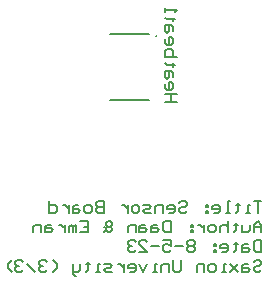
<source format=gbo>
G04*
G04 #@! TF.GenerationSoftware,Altium Limited,Altium Designer,23.4.1 (23)*
G04*
G04 Layer_Color=32896*
%FSLAX44Y44*%
%MOMM*%
G71*
G04*
G04 #@! TF.SameCoordinates,64D97932-1E9C-4803-83F2-7C732265FDC7*
G04*
G04*
G04 #@! TF.FilePolarity,Positive*
G04*
G01*
G75*
%ADD13C,0.2000*%
D13*
X234307Y260980D02*
G03*
X234307Y260980I-597J0D01*
G01*
X195020Y262950D02*
X228020D01*
X195020Y206950D02*
X228020D01*
X323120Y121597D02*
X316455D01*
X319788D01*
Y111601D01*
X313123D02*
X309791D01*
X311457D01*
Y118265D01*
X313123D01*
X303126Y119931D02*
Y118265D01*
X304793D01*
X301460D01*
X303126D01*
Y113267D01*
X301460Y111601D01*
X296462D02*
X293130D01*
X294796D01*
Y121597D01*
X296462D01*
X283133Y111601D02*
X286465D01*
X288131Y113267D01*
Y116599D01*
X286465Y118265D01*
X283133D01*
X281467Y116599D01*
Y114933D01*
X288131D01*
X278134Y118265D02*
X276468D01*
Y116599D01*
X278134D01*
Y118265D01*
Y113267D02*
X276468D01*
Y111601D01*
X278134D01*
Y113267D01*
X253143Y119931D02*
X254809Y121597D01*
X258141D01*
X259807Y119931D01*
Y118265D01*
X258141Y116599D01*
X254809D01*
X253143Y114933D01*
Y113267D01*
X254809Y111601D01*
X258141D01*
X259807Y113267D01*
X244812Y111601D02*
X248144D01*
X249810Y113267D01*
Y116599D01*
X248144Y118265D01*
X244812D01*
X243146Y116599D01*
Y114933D01*
X249810D01*
X239813Y111601D02*
Y118265D01*
X234815D01*
X233149Y116599D01*
Y111601D01*
X229817D02*
X224818D01*
X223152Y113267D01*
X224818Y114933D01*
X228151D01*
X229817Y116599D01*
X228151Y118265D01*
X223152D01*
X218154Y111601D02*
X214822D01*
X213155Y113267D01*
Y116599D01*
X214822Y118265D01*
X218154D01*
X219820Y116599D01*
Y113267D01*
X218154Y111601D01*
X209823Y118265D02*
Y111601D01*
Y114933D01*
X208157Y116599D01*
X206491Y118265D01*
X204825D01*
X189830Y121597D02*
Y111601D01*
X184831D01*
X183165Y113267D01*
Y114933D01*
X184831Y116599D01*
X189830D01*
X184831D01*
X183165Y118265D01*
Y119931D01*
X184831Y121597D01*
X189830D01*
X178167Y111601D02*
X174834D01*
X173168Y113267D01*
Y116599D01*
X174834Y118265D01*
X178167D01*
X179833Y116599D01*
Y113267D01*
X178167Y111601D01*
X168170Y118265D02*
X164838D01*
X163172Y116599D01*
Y111601D01*
X168170D01*
X169836Y113267D01*
X168170Y114933D01*
X163172D01*
X159839Y118265D02*
Y111601D01*
Y114933D01*
X158173Y116599D01*
X156507Y118265D01*
X154841D01*
X143178Y121597D02*
Y111601D01*
X148176D01*
X149843Y113267D01*
Y116599D01*
X148176Y118265D01*
X143178D01*
X323120Y94804D02*
Y101469D01*
X319788Y104801D01*
X316455Y101469D01*
Y94804D01*
Y99803D01*
X323120D01*
X313123Y101469D02*
Y96471D01*
X311457Y94804D01*
X306459D01*
Y101469D01*
X301460Y103135D02*
Y101469D01*
X303126D01*
X299794D01*
X301460D01*
Y96471D01*
X299794Y94804D01*
X294796Y104801D02*
Y94804D01*
Y99803D01*
X293130Y101469D01*
X289797D01*
X288131Y99803D01*
Y94804D01*
X283133D02*
X279801D01*
X278134Y96471D01*
Y99803D01*
X279801Y101469D01*
X283133D01*
X284799Y99803D01*
Y96471D01*
X283133Y94804D01*
X274802Y101469D02*
Y94804D01*
Y98137D01*
X273136Y99803D01*
X271470Y101469D01*
X269804D01*
X264806D02*
X263139D01*
Y99803D01*
X264806D01*
Y101469D01*
Y96471D02*
X263139D01*
Y94804D01*
X264806D01*
Y96471D01*
X246478Y104801D02*
Y94804D01*
X241480D01*
X239813Y96471D01*
Y103135D01*
X241480Y104801D01*
X246478D01*
X234815Y101469D02*
X231483D01*
X229817Y99803D01*
Y94804D01*
X234815D01*
X236481Y96471D01*
X234815Y98137D01*
X229817D01*
X224818Y101469D02*
X221486D01*
X219820Y99803D01*
Y94804D01*
X224818D01*
X226485Y96471D01*
X224818Y98137D01*
X219820D01*
X216488Y94804D02*
Y101469D01*
X211489D01*
X209823Y99803D01*
Y94804D01*
X189830D02*
X191496Y96471D01*
X193162Y94804D01*
X194828D01*
X196494Y96471D01*
Y98137D01*
X194828Y99803D01*
X196494Y101469D01*
Y103135D01*
X194828Y104801D01*
X193162D01*
X191496Y103135D01*
Y101469D01*
X193162Y99803D01*
X191496Y98137D01*
Y96471D01*
X189830Y99803D02*
X191496Y98137D01*
X194828Y99803D02*
X193162D01*
X169836Y104801D02*
X176501D01*
Y94804D01*
X169836D01*
X176501Y99803D02*
X173168D01*
X166504Y94804D02*
Y101469D01*
X164838D01*
X163172Y99803D01*
Y94804D01*
Y99803D01*
X161505Y101469D01*
X159839Y99803D01*
Y94804D01*
X156507Y101469D02*
Y94804D01*
Y98137D01*
X154841Y99803D01*
X153175Y101469D01*
X151509D01*
X144844D02*
X141512D01*
X139846Y99803D01*
Y94804D01*
X144844D01*
X146510Y96471D01*
X144844Y98137D01*
X139846D01*
X136514Y94804D02*
Y101469D01*
X131515D01*
X129849Y99803D01*
Y94804D01*
X323120Y88005D02*
Y78008D01*
X318122D01*
X316455Y79675D01*
Y86339D01*
X318122Y88005D01*
X323120D01*
X311457Y84673D02*
X308125D01*
X306459Y83007D01*
Y78008D01*
X311457D01*
X313123Y79675D01*
X311457Y81341D01*
X306459D01*
X301460Y86339D02*
Y84673D01*
X303126D01*
X299794D01*
X301460D01*
Y79675D01*
X299794Y78008D01*
X289797D02*
X293130D01*
X294796Y79675D01*
Y83007D01*
X293130Y84673D01*
X289797D01*
X288131Y83007D01*
Y81341D01*
X294796D01*
X284799Y84673D02*
X283133D01*
Y83007D01*
X284799D01*
Y84673D01*
Y79675D02*
X283133D01*
Y78008D01*
X284799D01*
Y79675D01*
X266472Y86339D02*
X264806Y88005D01*
X261473D01*
X259807Y86339D01*
Y84673D01*
X261473Y83007D01*
X259807Y81341D01*
Y79675D01*
X261473Y78008D01*
X264806D01*
X266472Y79675D01*
Y81341D01*
X264806Y83007D01*
X266472Y84673D01*
Y86339D01*
X264806Y83007D02*
X261473D01*
X256475D02*
X249810D01*
X239813Y88005D02*
X246478D01*
Y83007D01*
X243146Y84673D01*
X241480D01*
X239813Y83007D01*
Y79675D01*
X241480Y78008D01*
X244812D01*
X246478Y79675D01*
X236481Y83007D02*
X229817D01*
X219820Y78008D02*
X226485D01*
X219820Y84673D01*
Y86339D01*
X221486Y88005D01*
X224818D01*
X226485Y86339D01*
X216488D02*
X214822Y88005D01*
X211489D01*
X209823Y86339D01*
Y84673D01*
X211489Y83007D01*
X213155D01*
X211489D01*
X209823Y81341D01*
Y79675D01*
X211489Y78008D01*
X214822D01*
X216488Y79675D01*
X316455Y69543D02*
X318122Y71209D01*
X321454D01*
X323120Y69543D01*
Y67877D01*
X321454Y66211D01*
X318122D01*
X316455Y64545D01*
Y62878D01*
X318122Y61212D01*
X321454D01*
X323120Y62878D01*
X311457Y67877D02*
X308125D01*
X306459Y66211D01*
Y61212D01*
X311457D01*
X313123Y62878D01*
X311457Y64545D01*
X306459D01*
X303126Y67877D02*
X296462Y61212D01*
X299794Y64545D01*
X296462Y67877D01*
X303126Y61212D01*
X293130D02*
X289797D01*
X291464D01*
Y67877D01*
X293130D01*
X283133Y61212D02*
X279801D01*
X278134Y62878D01*
Y66211D01*
X279801Y67877D01*
X283133D01*
X284799Y66211D01*
Y62878D01*
X283133Y61212D01*
X274802D02*
Y67877D01*
X269804D01*
X268138Y66211D01*
Y61212D01*
X254809Y71209D02*
Y62878D01*
X253143Y61212D01*
X249810D01*
X248144Y62878D01*
Y71209D01*
X244812Y61212D02*
Y67877D01*
X239813D01*
X238147Y66211D01*
Y61212D01*
X234815D02*
X231483D01*
X233149D01*
Y67877D01*
X234815D01*
X226485D02*
X223152Y61212D01*
X219820Y67877D01*
X211489Y61212D02*
X214822D01*
X216488Y62878D01*
Y66211D01*
X214822Y67877D01*
X211489D01*
X209823Y66211D01*
Y64545D01*
X216488D01*
X206491Y67877D02*
Y61212D01*
Y64545D01*
X204825Y66211D01*
X203159Y67877D01*
X201493D01*
X196494Y61212D02*
X191496D01*
X189830Y62878D01*
X191496Y64545D01*
X194828D01*
X196494Y66211D01*
X194828Y67877D01*
X189830D01*
X186497Y61212D02*
X183165D01*
X184831D01*
Y67877D01*
X186497D01*
X176501Y69543D02*
Y67877D01*
X178167D01*
X174834D01*
X176501D01*
Y62878D01*
X174834Y61212D01*
X169836Y67877D02*
Y62878D01*
X168170Y61212D01*
X163172D01*
Y59546D01*
X164838Y57880D01*
X166504D01*
X163172Y61212D02*
Y67877D01*
X146510Y61212D02*
X149843Y64545D01*
Y67877D01*
X146510Y71209D01*
X141512Y69543D02*
X139846Y71209D01*
X136514D01*
X134847Y69543D01*
Y67877D01*
X136514Y66211D01*
X138180D01*
X136514D01*
X134847Y64545D01*
Y62878D01*
X136514Y61212D01*
X139846D01*
X141512Y62878D01*
X131515Y61212D02*
X124851Y67877D01*
X121518Y69543D02*
X119852Y71209D01*
X116520D01*
X114854Y69543D01*
Y67877D01*
X116520Y66211D01*
X118186D01*
X116520D01*
X114854Y64545D01*
Y62878D01*
X116520Y61212D01*
X119852D01*
X121518Y62878D01*
X111522Y61212D02*
X108189Y64545D01*
Y67877D01*
X111522Y71209D01*
X251378Y205123D02*
X241382D01*
X246380D01*
Y211787D01*
X251378D01*
X241382D01*
Y220118D02*
Y216786D01*
X243048Y215120D01*
X246380D01*
X248046Y216786D01*
Y220118D01*
X246380Y221784D01*
X244714D01*
Y215120D01*
X248046Y226783D02*
Y230115D01*
X246380Y231781D01*
X241382D01*
Y226783D01*
X243048Y225117D01*
X244714Y226783D01*
Y231781D01*
X249712Y236779D02*
X248046D01*
Y235113D01*
Y238445D01*
Y236779D01*
X243048D01*
X241382Y238445D01*
X251378Y243444D02*
X241382D01*
Y248442D01*
X243048Y250108D01*
X244714D01*
X246380D01*
X248046Y248442D01*
Y243444D01*
X241382Y258439D02*
Y255107D01*
X243048Y253441D01*
X246380D01*
X248046Y255107D01*
Y258439D01*
X246380Y260105D01*
X244714D01*
Y253441D01*
X248046Y265103D02*
Y268436D01*
X246380Y270102D01*
X241382D01*
Y265103D01*
X243048Y263437D01*
X244714Y265103D01*
Y270102D01*
X249712Y275100D02*
X248046D01*
Y273434D01*
Y276766D01*
Y275100D01*
X243048D01*
X241382Y276766D01*
Y281765D02*
Y285097D01*
Y283431D01*
X251378D01*
X249712Y281765D01*
M02*

</source>
